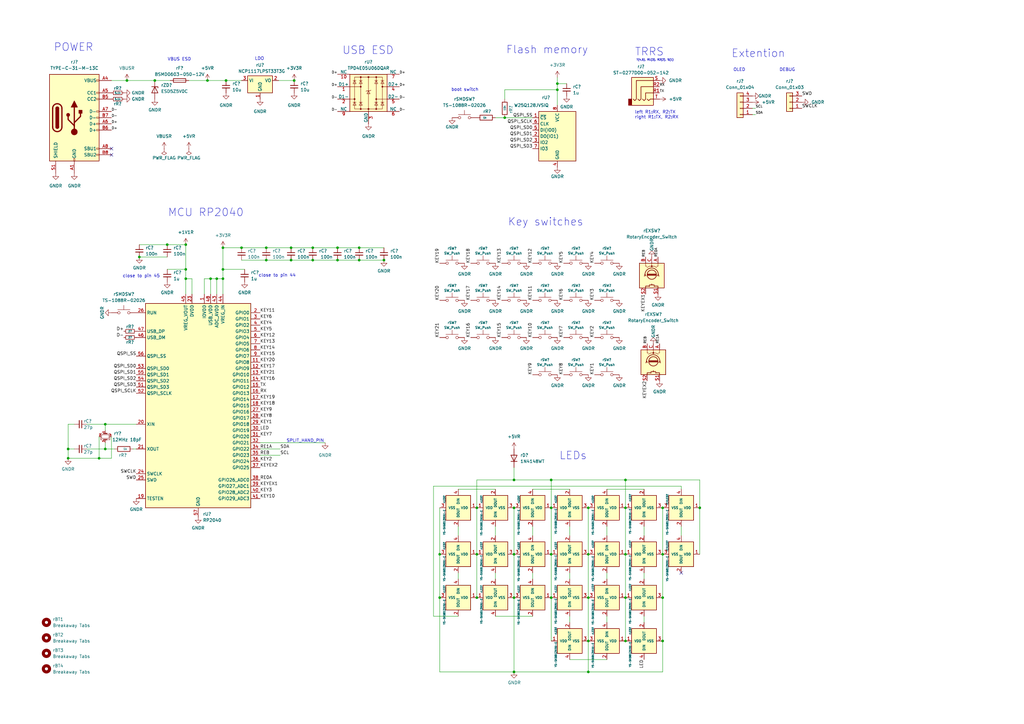
<source format=kicad_sch>
(kicad_sch (version 20230121) (generator eeschema)
  (paper "A3")
  (title_block (title "Corne Right") (date "2023-10-07") (rev "4.0.0") (company "foostan"))
  (junction (at 27.94 184.15))
  (junction (at 228.6 36.83))
  (junction (at 180.34 245.11))
  (junction (at 226.06 227.33))
  (junction (at 210.82 245.11))
  (junction (at 91.44 114.3))
  (junction (at 241.3 227.33))
  (junction (at 256.54 196.85))
  (junction (at 256.54 227.33))
  (junction (at 128.27 101.6))
  (junction (at 40.64 187.96))
  (junction (at 195.58 208.28))
  (junction (at 43.18 184.15))
  (junction (at 226.06 245.11))
  (junction (at 271.78 262.89))
  (junction (at 271.78 245.11))
  (junction (at 256.54 262.89))
  (junction (at 157.48 106.68))
  (junction (at 91.44 110.49))
  (junction (at 76.2 100.33))
  (junction (at 241.3 245.11))
  (junction (at 92.71 33.02))
  (junction (at 228.6 34.29))
  (junction (at 210.82 196.85))
  (junction (at 57.15 105.41))
  (junction (at 27.94 187.96))
  (junction (at 99.06 101.6))
  (junction (at 88.9 114.3))
  (junction (at 138.43 106.68))
  (junction (at 271.78 208.28))
  (junction (at 52.07 33.02))
  (junction (at 226.06 196.85))
  (junction (at 109.22 101.6))
  (junction (at 120.65 33.02))
  (junction (at 210.82 227.33))
  (junction (at 241.3 208.28))
  (junction (at 128.27 106.68))
  (junction (at 207.01 48.26))
  (junction (at 256.54 208.28))
  (junction (at 119.38 106.68))
  (junction (at 86.36 114.3))
  (junction (at 109.22 106.68))
  (junction (at 68.58 100.33))
  (junction (at 76.2 114.3))
  (junction (at 91.44 101.6))
  (junction (at 287.02 208.28))
  (junction (at 241.3 262.89))
  (junction (at 85.09 33.02))
  (junction (at 256.54 245.11))
  (junction (at 210.82 275.59))
  (junction (at 226.06 208.28))
  (junction (at 63.5 33.02))
  (junction (at 241.3 275.59))
  (junction (at 119.38 101.6))
  (junction (at 147.32 101.6))
  (junction (at 43.18 173.99))
  (junction (at 195.58 245.11))
  (junction (at 180.34 227.33))
  (junction (at 147.32 106.68))
  (junction (at 195.58 227.33))
  (junction (at 210.82 208.28))
  (junction (at 271.78 227.33))
  (junction (at 76.2 110.49))
  (junction (at 138.43 101.6))
  (no_connect (at 45.72 63.5))
  (no_connect (at 279.4 234.95))
  (no_connect (at 45.72 60.96))
  (wire (pts (xy 91.44 101.6) (xy 99.06 101.6)))
  (wire (pts (xy 241.3 208.28) (xy 241.3 227.33)))
  (wire (pts (xy 106.68 186.69) (xy 114.935 186.69)))
  (wire (pts (xy 138.43 101.6) (xy 147.32 101.6)))
  (wire (pts (xy 83.82 114.3) (xy 86.36 114.3)))
  (wire (pts (xy 85.09 33.02) (xy 92.71 33.02)))
  (wire (pts (xy 210.82 227.33) (xy 210.82 245.11)))
  (wire (pts (xy 27.94 187.96) (xy 40.64 187.96)))
  (wire (pts (xy 241.3 262.89) (xy 241.3 275.59)))
  (wire (pts (xy 210.82 196.85) (xy 195.58 196.85)))
  (wire (pts (xy 180.34 245.11) (xy 180.34 275.59)))
  (wire (pts (xy 27.94 173.99) (xy 27.94 184.15)))
  (wire (pts (xy 147.32 106.68) (xy 157.48 106.68)))
  (wire (pts (xy 138.43 106.68) (xy 147.32 106.68)))
  (wire (pts (xy 256.54 227.33) (xy 256.54 245.11)))
  (wire (pts (xy 30.48 173.99) (xy 27.94 173.99)))
  (wire (pts (xy 226.06 245.11) (xy 226.06 262.89)))
  (wire (pts (xy 264.16 234.95) (xy 264.16 237.49)))
  (wire (pts (xy 106.68 181.61) (xy 133.35 181.61)))
  (wire (pts (xy 177.8 199.39) (xy 279.4 199.39)))
  (wire (pts (xy 114.3 33.02) (xy 120.65 33.02)))
  (wire (pts (xy 271.78 275.59) (xy 241.3 275.59)))
  (wire (pts (xy 43.18 184.15) (xy 43.18 181.61)))
  (wire (pts (xy 86.36 114.3) (xy 86.36 120.65)))
  (wire (pts (xy 233.68 252.73) (xy 233.68 255.27)))
  (wire (pts (xy 248.92 215.9) (xy 248.92 219.71)))
  (wire (pts (xy 180.34 208.28) (xy 180.34 227.33)))
  (wire (pts (xy 119.38 101.6) (xy 128.27 101.6)))
  (wire (pts (xy 218.44 234.95) (xy 218.44 237.49)))
  (wire (pts (xy 109.22 106.68) (xy 119.38 106.68)))
  (wire (pts (xy 68.58 110.49) (xy 76.2 110.49)))
  (wire (pts (xy 35.56 184.15) (xy 43.18 184.15)))
  (wire (pts (xy 76.2 110.49) (xy 76.2 114.3)))
  (wire (pts (xy 210.82 275.59) (xy 241.3 275.59)))
  (wire (pts (xy 91.44 114.3) (xy 88.9 114.3)))
  (wire (pts (xy 63.5 33.02) (xy 69.85 33.02)))
  (wire (pts (xy 226.06 196.85) (xy 256.54 196.85)))
  (wire (pts (xy 76.2 100.33) (xy 76.2 110.49)))
  (wire (pts (xy 271.78 245.11) (xy 271.78 262.89)))
  (wire (pts (xy 91.44 120.65) (xy 91.44 114.3)))
  (wire (pts (xy 228.6 36.83) (xy 207.01 36.83)))
  (wire (pts (xy 91.44 101.6) (xy 91.44 110.49)))
  (wire (pts (xy 279.4 199.39) (xy 279.4 200.66)))
  (wire (pts (xy 43.18 176.53) (xy 43.18 173.99)))
  (wire (pts (xy 99.06 106.68) (xy 109.22 106.68)))
  (wire (pts (xy 233.68 237.49) (xy 233.68 234.95)))
  (wire (pts (xy 233.68 200.66) (xy 218.44 200.66)))
  (wire (pts (xy 256.54 245.11) (xy 256.54 262.89)))
  (wire (pts (xy 309.88 46.99) (xy 308.61 46.99)))
  (wire (pts (xy 27.94 184.15) (xy 30.48 184.15)))
  (wire (pts (xy 287.02 208.28) (xy 287.02 227.33)))
  (wire (pts (xy 241.3 227.33) (xy 241.3 245.11)))
  (wire (pts (xy 195.58 196.85) (xy 195.58 208.28)))
  (wire (pts (xy 45.72 187.96) (xy 40.64 187.96)))
  (wire (pts (xy 207.01 48.26) (xy 218.44 48.26)))
  (wire (pts (xy 203.2 252.73) (xy 218.44 252.73)))
  (wire (pts (xy 233.68 219.71) (xy 233.68 215.9)))
  (wire (pts (xy 177.8 252.73) (xy 177.8 199.39)))
  (wire (pts (xy 218.44 219.71) (xy 218.44 215.9)))
  (wire (pts (xy 264.16 215.9) (xy 264.16 219.71)))
  (wire (pts (xy 40.64 179.07) (xy 40.64 187.96)))
  (wire (pts (xy 86.36 114.3) (xy 88.9 114.3)))
  (wire (pts (xy 195.58 227.33) (xy 195.58 245.11)))
  (wire (pts (xy 271.78 208.28) (xy 271.78 227.33)))
  (wire (pts (xy 106.68 184.15) (xy 114.935 184.15)))
  (wire (pts (xy 57.15 105.41) (xy 68.58 105.41)))
  (wire (pts (xy 119.38 106.68) (xy 128.27 106.68)))
  (wire (pts (xy 68.58 100.33) (xy 76.2 100.33)))
  (wire (pts (xy 147.32 101.6) (xy 157.48 101.6)))
  (wire (pts (xy 91.44 110.49) (xy 91.44 114.3)))
  (wire (pts (xy 83.82 114.3) (xy 83.82 120.65)))
  (wire (pts (xy 210.82 196.85) (xy 226.06 196.85)))
  (wire (pts (xy 43.18 173.99) (xy 55.88 173.99)))
  (wire (pts (xy 180.34 227.33) (xy 180.34 245.11)))
  (wire (pts (xy 210.82 208.28) (xy 210.82 227.33)))
  (wire (pts (xy 52.07 33.02) (xy 63.5 33.02)))
  (wire (pts (xy 88.9 114.3) (xy 88.9 120.65)))
  (wire (pts (xy 309.88 44.45) (xy 308.61 44.45)))
  (wire (pts (xy 279.4 215.9) (xy 279.4 219.71)))
  (wire (pts (xy 54.61 184.15) (xy 55.88 184.15)))
  (wire (pts (xy 45.72 33.02) (xy 52.07 33.02)))
  (wire (pts (xy 256.54 196.85) (xy 256.54 208.28)))
  (wire (pts (xy 128.27 101.6) (xy 138.43 101.6)))
  (wire (pts (xy 76.2 120.65) (xy 76.2 114.3)))
  (wire (pts (xy 203.2 237.49) (xy 203.2 234.95)))
  (wire (pts (xy 45.72 179.07) (xy 45.72 187.96)))
  (wire (pts (xy 203.2 219.71) (xy 203.2 215.9)))
  (wire (pts (xy 91.44 110.49) (xy 100.33 110.49)))
  (wire (pts (xy 241.3 245.11) (xy 241.3 262.89)))
  (wire (pts (xy 271.78 262.89) (xy 271.78 275.59)))
  (wire (pts (xy 109.22 101.6) (xy 119.38 101.6)))
  (wire (pts (xy 256.54 208.28) (xy 256.54 227.33)))
  (wire (pts (xy 228.6 36.83) (xy 228.6 43.18)))
  (wire (pts (xy 248.92 270.51) (xy 233.68 270.51)))
  (wire (pts (xy 187.96 234.95) (xy 187.96 237.49)))
  (wire (pts (xy 287.02 196.85) (xy 287.02 208.28)))
  (wire (pts (xy 228.6 31.75) (xy 228.6 34.29)))
  (wire (pts (xy 203.2 48.26) (xy 207.01 48.26)))
  (wire (pts (xy 256.54 196.85) (xy 287.02 196.85)))
  (wire (pts (xy 128.27 106.68) (xy 138.43 106.68)))
  (wire (pts (xy 195.58 208.28) (xy 195.58 227.33)))
  (wire (pts (xy 35.56 173.99) (xy 43.18 173.99)))
  (wire (pts (xy 228.6 34.29) (xy 232.41 34.29)))
  (wire (pts (xy 248.92 234.95) (xy 248.92 237.49)))
  (wire (pts (xy 203.2 200.66) (xy 187.96 200.66)))
  (wire (pts (xy 78.74 114.3) (xy 76.2 114.3)))
  (wire (pts (xy 92.71 33.02) (xy 99.06 33.02)))
  (wire (pts (xy 228.6 34.29) (xy 228.6 36.83)))
  (wire (pts (xy 271.78 227.33) (xy 271.78 245.11)))
  (wire (pts (xy 248.92 200.66) (xy 264.16 200.66)))
  (wire (pts (xy 226.06 208.28) (xy 226.06 227.33)))
  (wire (pts (xy 226.06 196.85) (xy 226.06 208.28)))
  (wire (pts (xy 210.82 191.77) (xy 210.82 196.85)))
  (wire (pts (xy 207.01 36.83) (xy 207.01 40.64)))
  (wire (pts (xy 99.06 101.6) (xy 109.22 101.6)))
  (wire (pts (xy 43.18 184.15) (xy 46.99 184.15)))
  (wire (pts (xy 27.94 184.15) (xy 27.94 187.96)))
  (wire (pts (xy 57.15 100.33) (xy 68.58 100.33)))
  (wire (pts (xy 78.74 120.65) (xy 78.74 114.3)))
  (wire (pts (xy 226.06 227.33) (xy 226.06 245.11)))
  (wire (pts (xy 77.47 33.02) (xy 85.09 33.02)))
  (wire (pts (xy 180.34 275.59) (xy 210.82 275.59)))
  (wire (pts (xy 187.96 215.9) (xy 187.96 219.71)))
  (wire (pts (xy 187.96 252.73) (xy 177.8 252.73)))
  (wire (pts (xy 264.16 252.73) (xy 264.16 255.27)))
  (wire (pts (xy 210.82 245.11) (xy 210.82 275.59)))
  (wire (pts (xy 248.92 252.73) (xy 248.92 255.27)))
  (text "USB ESD" (at 140.335 22.606 0) (effects (font (size 3.175 3.175)) (justify left bottom)))
  (text "Flash memory" (at 207.518 22.352 0) (effects (font (size 3.175 3.175)) (justify left bottom)))
  (text "MCU RP2040" (at 68.834 89.154 0) (effects (font (size 3.175 3.175)) (justify left bottom)))
  (text "DEBUG" (at 319.659 29.464 0) (effects (font (size 1.27 1.27)) (justify left bottom)))
  (text "POWER\n" (at 21.971 21.336 0) (effects (font (size 3.175 3.175)) (justify left bottom)))
  (text "boot switch" (at 185.039 37.592 0) (effects (font (size 1.27 1.27)) (justify left bottom)))
  (text "LDO" (at 104.521 24.892 0) (effects (font (size 1.27 1.27)) (justify left bottom)))
  (text "Key switches" (at 208.28 92.964 0) (effects (font (size 3.175 3.175)) (justify left bottom)))
  (text "LEDs" (at 229.362 188.849 0) (effects (font (size 3.175 3.175)) (justify left bottom)))
  (text "Extention" (at 299.974 23.876 0) (effects (font (size 3.175 3.175)) (justify left bottom)))
  (text "TRRS" (at 260.35 23.241 0) (effects (font (size 3.175 3.175)) (justify left bottom)))
  (text "OLED" (at 300.736 29.464 0) (effects (font (size 1.27 1.27)) (justify left bottom)))
  (text "close to pin 45" (at 50.292 114.046 0) (effects (font (size 1.27 1.27)) (justify left bottom)))
  (text "close to pin 44" (at 106.045 113.792 0) (effects (font (size 1.27 1.27)) (justify left bottom)))
  (text "left R1:RX, R2:TX\nright R1:TX, R2:RX" (at 260.35 48.895 0) (effects (font (size 1.27 1.27)) (justify left bottom)))
  (text "SPLIT_HAND_PIN" (at 117.475 181.61 0) (effects (font (size 1.27 1.27)) (justify left bottom)))
  (text "T(4,5), R1(3), R2(2), S(1)\n" (at 260.985 25.146 0) (effects (font (size 0.762 0.762)) (justify left bottom)))
  (text "VBUS ESD" (at 68.707 25.146 0) (effects (font (size 1.27 1.27)) (justify left bottom)))
  (label "QSPI_SCLK" (at 55.88 161.29 180))
  (label "KEYEX2" (at 265.43 156.21 270))
  (label "SWCLK" (at 55.88 194.31 180))
  (label "TX" (at 106.68 158.75 0))
  (label "RX" (at 270.51 35.56 0) (effects (font (size 1 1))))
  (label "SCL" (at 309.88 44.45 0) (effects (font (size 1 1))))
  (label "RE0A" (at 269.875 105.41 90) (effects (font (size 1 1))))
  (label "KEY8" (at 106.68 171.45 0))
  (label "D+" (at 163.83 35.56 0) (effects (font (size 1 1))))
  (label "KEY19" (at 180.34 107.95 90))
  (label "D-" (at 45.72 45.72 0) (effects (font (size 1 1))))
  (label "KEY18" (at 106.68 166.37 0))
  (label "KEY4" (at 243.84 107.95 90))
  (label "KEY6" (at 231.14 123.19 90))
  (label "RE0A" (at 106.68 196.85 0))
  (label "RX" (at 106.68 161.29 0))
  (label "D-" (at 163.83 40.64 0) (effects (font (size 1 1))))
  (label "KEY14" (at 205.74 123.19 90))
  (label "KEY12" (at 218.44 107.95 90))
  (label "KEY20" (at 180.34 123.19 90))
  (label "QSPI_SD3" (at 55.88 158.75 180))
  (label "QSPI_SCLK" (at 218.44 50.8 180))
  (label "KEY16" (at 106.68 156.21 0))
  (label "QSPI_SD1" (at 218.44 55.88 180))
  (label "KEY3" (at 243.84 123.19 90))
  (label "KEY2" (at 243.84 138.43 90))
  (label "D-" (at 45.72 48.26 0) (effects (font (size 1 1))))
  (label "KEY16" (at 193.04 138.43 90))
  (label "KEY15" (at 205.74 138.43 90))
  (label "SWD" (at 55.88 196.85 180))
  (label "KEY11" (at 218.44 123.19 90))
  (label "SDA" (at 114.935 184.15 0))
  (label "KEY9" (at 106.68 168.91 0))
  (label "KEY18" (at 193.04 107.95 90))
  (label "D+" (at 138.43 35.56 180) (effects (font (size 1 1))))
  (label "D-" (at 163.83 45.72 0) (effects (font (size 1 1))))
  (label "QSPI_SD2" (at 218.44 58.42 180))
  (label "KEY17" (at 193.04 123.19 90))
  (label "QSPI_SD2" (at 55.88 156.21 180))
  (label "KEY13" (at 205.74 107.95 90))
  (label "KEY7" (at 106.68 179.07 0))
  (label "D+" (at 45.72 50.8 0) (effects (font (size 1 1))))
  (label "KEY10" (at 218.44 138.43 90))
  (label "KEY9" (at 218.44 153.67 90))
  (label "QSPI_SS" (at 218.44 48.26 180))
  (label "KEY5" (at 106.68 135.89 0))
  (label "REB" (at 106.68 186.69 0))
  (label "KEY1" (at 243.84 153.67 90))
  (label "SCL" (at 114.935 186.69 0))
  (label "KEY19" (at 106.68 163.83 0))
  (label "KEYEX1" (at 264.795 120.65 270))
  (label "KEY2" (at 106.68 189.23 0))
  (label "TX" (at 270.51 38.1 0) (effects (font (size 1 1))))
  (label "KEY12" (at 106.68 138.43 0))
  (label "QSPI_SS" (at 55.88 146.05 180))
  (label "KEY7" (at 231.14 138.43 90))
  (label "KEY4" (at 106.68 133.35 0))
  (label "QSPI_SD0" (at 218.44 53.34 180))
  (label "KEY15" (at 106.68 146.05 0))
  (label "KEY20" (at 106.68 148.59 0))
  (label "D-" (at 50.8 138.43 180))
  (label "SWD" (at 328.93 39.37 0))
  (label "KEY21" (at 180.34 138.43 90))
  (label "REB" (at 265.43 140.97 90) (effects (font (size 1 1))))
  (label "KEY17" (at 106.68 151.13 0))
  (label "RE1A" (at 270.51 140.97 90) (effects (font (size 1 1))))
  (label "KEY14" (at 106.68 143.51 0))
  (label "D+" (at 163.83 30.48 0) (effects (font (size 1 1))))
  (label "KEY1" (at 106.68 173.99 0))
  (label "LED" (at 264.16 270.51 270))
  (label "KEYEX2" (at 106.68 191.77 0))
  (label "REB" (at 264.795 105.41 90) (effects (font (size 1 1))))
  (label "KEY21" (at 106.68 153.67 0))
  (label "D-" (at 138.43 45.72 180) (effects (font (size 1 1))))
  (label "SWCLK" (at 328.93 44.45 0))
  (label "SDA" (at 309.88 46.99 0) (effects (font (size 1 1))))
  (label "KEYEX1" (at 106.68 199.39 0))
  (label "QSPI_SD3" (at 218.44 60.96 180))
  (label "D+" (at 138.43 30.48 180) (effects (font (size 1 1))))
  (label "D+" (at 50.8 135.89 180))
  (label "KEY13" (at 106.68 140.97 0))
  (label "KEY3" (at 106.68 201.93 0))
  (label "D+" (at 45.72 53.34 0) (effects (font (size 1 1))))
  (label "KEY11" (at 106.68 128.27 0))
  (label "KEY5" (at 231.14 107.95 90))
  (label "D-" (at 138.43 40.64 180) (effects (font (size 1 1))))
  (label "KEY10" (at 106.68 204.47 0))
  (label "KEY6" (at 106.68 130.81 0))
  (label "QSPI_SD0" (at 55.88 151.13 180))
  (label "RE1A" (at 106.68 184.15 0))
  (label "LED" (at 106.68 176.53 0))
  (label "KEY8" (at 231.14 153.67 90))
  (label "QSPI_SD1" (at 55.88 153.67 180))
  (symbol (lib_id "kbd:GNDR") (at 328.93 41.91 90) (unit 1)
    (property "Reference" "#PWR?" (effects hide))
    (property "Value" "GNDR" (at 332.74 41.91 90) (effects (justify right)))
    (instances (project "cherry" (path "" (reference "#PWR?") (unit 1)) (path "" (reference "#PWR062") (unit 1)) (path "" (reference "#PWR0118") (unit 1))))
  )
  (symbol (lib_id "kbd_local:YS-SK6812MINI-E") (at 233.68 245.11 90) (unit 1)
    (property "Reference" "rLED?" (at 227.965 243.205 0) (effects (font (size 0.7366 0.7366)) (justify left)))
    (property "Value" "YS-SK6812MINI-E" (at 227.965 255.905 0) (effects (font (size 0.7366 0.7366)) (justify left)))
    (property "Footprint" "kbd_local:YS-SK6812MINI-E" (effects hide))
    (instances (project "cherry" (path "" (reference "rLED?") (unit 1)) (path "" (reference "rLED10") (unit 1)) (path "" (reference "rLED10") (unit 1))))
  )
  (symbol (lib_id "Device:C_Small") (at 33.02 184.15 270) (unit 1)
    (property "Reference" "rC?" (at 34.29 182.88 90) (effects (justify left)))
    (property "Value" "27p" (at 34.29 185.42 90) (effects (justify left)))
    (property "Footprint" "Capacitor_SMD:C_0402_1005Metric" (effects hide))
    (instances (project "cherry" (path "" (reference "rC?") (unit 1)) (path "" (reference "rC2") (unit 1)) (path "" (reference "rC2") (unit 1))))
  )
  (symbol (lib_id "kbd:+3V3R") (at 120.65 33.02 0) (unit 1)
    (property "Reference" "#PWR070" (effects hide))
    (property "Value" "+3V3R" (at 120.65 27.94 0))
  )
  (symbol (lib_id "kbd:GNDR") (at 63.5 40.64 0) (unit 1)
    (property "Reference" "#PWR?" (effects hide))
    (property "Value" "GNDR" (at 63.5 45.085 0))
    (instances (project "cherry" (path "" (reference "#PWR?") (unit 1)) (path "" (reference "#PWR010") (unit 1)) (path "" (reference "#PWR0152") (unit 1))))
  )
  (symbol (lib_id "kbd:GNDR") (at 241.3 123.19 0) (unit 1)
    (property "Reference" "#PWR?" (effects hide))
    (property "Value" "GNDR" (at 241.3 127.635 0))
    (instances (project "cherry" (path "" (reference "#PWR?") (unit 1)) (path "" (reference "#PWR047") (unit 1)) (path "" (reference "#PWR0126") (unit 1))))
  )
  (symbol (lib_id "Switch:SW_Push") (at 236.22 123.19 0) (unit 1)
    (property "Reference" "rSW?" (at 236.22 117.094 0) (effects (font (size 1 1))))
    (property "Value" "SW_Push" (at 236.22 119.126 0) (effects (font (size 1 1))))
    (property "Footprint" "kbd:keyswitch_cherrymx_hotswap_1u" (effects hide))
    (instances (project "cherry" (path "" (reference "rSW?") (unit 1)) (path "" (reference "rSW6") (unit 1)) (path "" (reference "rSW6") (unit 1))))
  )
  (symbol (lib_name "SW_Push_1") (lib_id "Switch:SW_Push") (at 248.92 107.95 0) (unit 1)
    (property "Reference" "rSW?" (at 248.92 101.854 0) (effects (font (size 1 1))))
    (property "Value" "SW_Push" (at 248.92 103.886 0) (effects (font (size 1 1))))
    (property "Footprint" "kbd:keyswitch_cherrymx_hotswap_1u" (effects hide))
    (instances (project "cherry" (path "" (reference "rSW?") (unit 1)) (path "" (reference "rSW4") (unit 1)) (path "" (reference "rSW4") (unit 1))))
  )
  (symbol (lib_id "kbd:GNDR") (at 215.9 107.95 0) (unit 1)
    (property "Reference" "#PWR?" (effects hide))
    (property "Value" "GNDR" (at 215.9 112.395 0))
    (instances (project "cherry" (path "" (reference "#PWR?") (unit 1)) (path "" (reference "#PWR036") (unit 1)) (path "" (reference "#PWR0104") (unit 1))))
  )
  (symbol (lib_id "kbd:GNDR") (at 241.3 153.67 0) (unit 1)
    (property "Reference" "#PWR?" (effects hide))
    (property "Value" "GNDR" (at 241.3 158.115 0))
    (instances (project "cherry" (path "" (reference "#PWR?") (unit 1)) (path "" (reference "#PWR049") (unit 1)) (path "" (reference "#PWR0129") (unit 1))))
  )
  (symbol (lib_id "Regulator_Linear:NCP1117-3.3_SOT223") (at 106.68 33.02 0) (unit 1)
    (property "Reference" "rU?" (at 106.68 26.67 0))
    (property "Value" "NCP1117LPST33T3G" (at 107.315 29.21 0))
    (property "Footprint" "Package_TO_SOT_SMD:SOT-223-3_TabPin2" (effects hide))
    (property "Datasheet" "http://www.onsemi.com/pub_link/Collateral/NCP1117-D.PDF" (effects hide))
    (property "JLCPCB Part #" "C146799" (effects hide))
    (instances (project "cherry" (path "" (reference "rU?") (unit 1)) (path "" (reference "rU2") (unit 1)) (path "" (reference "rU2") (unit 1))))
  )
  (symbol (lib_id "kbd_local:YS-SK6812MINI-E") (at 248.92 208.28 270) (unit 1)
    (property "Reference" "rLED?" (at 243.205 203.2 0) (effects (font (size 0.7366 0.7366)) (justify left)))
    (property "Value" "YS-SK6812MINI-E" (at 243.205 208.915 0) (effects (font (size 0.7366 0.7366)) (justify left)))
    (property "Footprint" "kbd_local:YS-SK6812MINI-E" (effects hide))
    (instances (project "cherry" (path "" (reference "rLED?") (unit 1)) (path "" (reference "rLED5") (unit 1)) (path "" (reference "rLED5") (unit 1))))
  )
  (symbol (lib_id "kbd_local:VBUSR") (at 67.31 60.96 0) (unit 1)
    (property "Reference" "#PWR065" (effects hide))
    (property "Value" "VBUSR" (at 67.31 55.88 0))
  )
  (symbol (lib_id "kbd:GNDR") (at 267.97 140.97 180) (unit 1)
    (property "Reference" "#PWR?" (effects hide))
    (property "Value" "GNDR" (at 267.97 135.89 90))
    (instances (project "cherry" (path "" (reference "#PWR?") (unit 1)) (path "" (reference "#PWR055") (unit 1)) (path "" (reference "#PWR0107") (unit 1))))
  )
  (symbol (lib_id "Device:Fuse") (at 73.66 33.02 90) (unit 1)
    (property "Reference" "rF?" (at 73.66 27.94 90))
    (property "Value" "BSMD0603-050-12V" (at 73.66 30.48 90))
    (property "Footprint" "Fuse:Fuse_0603_1608Metric" (effects hide))
    (property "Description" "12V 500mA 40A 1A 0603 Resettable Fuses ROHS" (effects hide))
    (property "JLCPCB Part #" "C2844464" (effects hide))
    (instances (project "cherry" (path "" (reference "rF?") (unit 1)) (path "" (reference "rF1") (unit 1)) (path "" (reference "rF1") (unit 1))))
  )
  (symbol (lib_id "kbd:GNDR") (at 215.9 123.19 0) (unit 1)
    (property "Reference" "#PWR?" (effects hide))
    (property "Value" "GNDR" (at 215.9 127.635 0))
    (instances (project "cherry" (path "" (reference "#PWR?") (unit 1)) (path "" (reference "#PWR037") (unit 1)) (path "" (reference "#PWR0123") (unit 1))))
  )
  (symbol (lib_id "Connector:USB_C_Receptacle_USB2.0") (at 30.48 48.26 0) (unit 1)
    (property "Reference" "rJ?" (at 30.48 25.4 0))
    (property "Value" "TYPE-C-31-M-13C" (at 30.48 27.94 0))
    (property "Footprint" "kbd_local:TYPE-C-31-M-13C" (effects hide))
    (property "Datasheet" "https://www.usb.org/sites/default/files/documents/usb_type-c.zip" (effects hide))
    (property "JLCPCB Part #" "C2848620" (effects hide))
    (instances (project "cherry" (path "" (reference "rJ?") (unit 1)) (path "" (reference "rJ1") (unit 1)) (path "" (reference "rJ1") (unit 1))))
  )
  (symbol (lib_id "kbd:GNDR") (at 22.86 71.12 0) (unit 1)
    (property "Reference" "#PWR?" (effects hide))
    (property "Value" "GNDR" (at 22.86 76.2 0))
    (instances (project "cherry" (path "" (reference "#PWR?") (unit 1)) (path "" (reference "#PWR01") (unit 1)) (path "" (reference "#PWR0155") (unit 1))))
  )
  (symbol (lib_id "kbd:GNDR") (at 81.28 212.09 0) (unit 1)
    (property "Reference" "#PWR?" (effects hide))
    (property "Value" "GNDR" (at 81.28 216.535 0))
    (instances (project "cherry" (path "" (reference "#PWR?") (unit 1)) (path "" (reference "#PWR015") (unit 1)) (path "" (reference "#PWR0146") (unit 1))))
  )
  (symbol (lib_id "Device:RotaryEncoder_Switch") (at 267.97 148.59 270) (unit 1)
    (property "Reference" "rEXSW?" (at 267.97 128.905 90))
    (property "Value" "RotaryEncoder_Switch" (at 267.97 131.445 90))
    (property "Footprint" "kbd_local:keyswitch_cherrymx_hotswap_1u_rotary_encoder_ec12" (effects hide))
    (instances (project "cherry" (path "" (reference "rEXSW?") (unit 1)) (path "" (reference "rEXSW2") (unit 1)) (path "" (reference "rEXSW2") (unit 1))))
  )
  (symbol (lib_id "kbd:GNDR") (at 50.8 40.64 90) (unit 1)
    (property "Reference" "#PWR?" (effects hide))
    (property "Value" "GNDR" (at 53.975 40.64 90) (effects (justify right)))
    (instances (project "cherry" (path "" (reference "#PWR?") (unit 1)) (path "" (reference "#PWR06") (unit 1)) (path "" (reference "#PWR0151") (unit 1))))
  )
  (symbol (lib_id "Switch:SW_Push") (at 236.22 107.95 0) (unit 1)
    (property "Reference" "rSW?" (at 236.22 101.854 0) (effects (font (size 1 1))))
    (property "Value" "SW_Push" (at 236.22 103.886 0) (effects (font (size 1 1))))
    (property "Footprint" "kbd:keyswitch_cherrymx_hotswap_1u" (effects hide))
    (instances (project "cherry" (path "" (reference "rSW?") (unit 1)) (path "" (reference "rSW5") (unit 1)) (path "" (reference "rSW5") (unit 1))))
  )
  (symbol (lib_id "kbd:GNDR") (at 190.5 107.95 0) (unit 1)
    (property "Reference" "#PWR?" (effects hide))
    (property "Value" "GNDR" (at 190.5 112.395 0))
    (instances (project "cherry" (path "" (reference "#PWR?") (unit 1)) (path "" (reference "#PWR028") (unit 1)) (path "" (reference "#PWR0112") (unit 1))))
  )
  (symbol (lib_id "kbd_local:YS-SK6812MINI-E") (at 203.2 208.28 90) (unit 1)
    (property "Reference" "rLED?" (at 197.485 206.375 0) (effects (font (size 0.7366 0.7366)) (justify left)))
    (property "Value" "YS-SK6812MINI-E" (at 197.485 219.71 0) (effects (font (size 0.7366 0.7366)) (justify left)))
    (property "Footprint" "kbd_local:YS-SK6812MINI-E" (effects hide))
    (instances (project "cherry" (path "" (reference "rLED?") (unit 1)) (path "" (reference "rLED18") (unit 1)) (path "" (reference "rLED18") (unit 1))))
  )
  (symbol (lib_id "Switch:SW_Push") (at 198.12 138.43 0) (unit 1)
    (property "Reference" "rSW?" (at 198.12 132.334 0) (effects (font (size 1 1))))
    (property "Value" "SW_Push" (at 198.12 134.366 0) (effects (font (size 1 1))))
    (property "Footprint" "kbd:keyswitch_cherrymx_hotswap_1u" (effects hide))
    (instances (project "cherry" (path "" (reference "rSW?") (unit 1)) (path "" (reference "rSW16") (unit 1)) (path "" (reference "rSW16") (unit 1))))
  )
  (symbol (lib_id "kbd:+5VR") (at 210.82 184.15 0) (unit 1)
    (property "Reference" "#PWR069" (effects hide))
    (property "Value" "+5VR" (at 210.82 179.07 0))
  )
  (symbol (lib_id "kbd_local:YS-SK6812MINI-E") (at 233.68 227.33 90) (unit 1)
    (property "Reference" "rLED?" (at 227.965 225.425 0) (effects (font (size 0.7366 0.7366)) (justify left)))
    (property "Value" "YS-SK6812MINI-E" (at 227.965 238.125 0) (effects (font (size 0.7366 0.7366)) (justify left)))
    (property "Footprint" "kbd_local:YS-SK6812MINI-E" (effects hide))
    (instances (project "cherry" (path "" (reference "rLED?") (unit 1)) (path "" (reference "rLED11") (unit 1)) (path "" (reference "rLED11") (unit 1))))
  )
  (symbol (lib_id "kbd:GNDR") (at 254 138.43 0) (unit 1)
    (property "Reference" "#PWR?" (effects hide))
    (property "Value" "GNDR" (at 254 142.875 0))
    (instances (project "cherry" (path "" (reference "#PWR?") (unit 1)) (path "" (reference "#PWR052") (unit 1)) (path "" (reference "#PWR0127") (unit 1))))
  )
  (symbol (lib_id "kbd:GNDR") (at 151.13 50.8 0) (unit 1)
    (property "Reference" "#PWR?" (effects hide))
    (property "Value" "GNDR" (at 151.13 55.88 0))
    (instances (project "cherry" (path "" (reference "#PWR?") (unit 1)) (path "" (reference "#PWR025") (unit 1)) (path "" (reference "#PWR0134") (unit 1))))
  )
  (symbol (lib_id "kbd:GNDR") (at 269.875 120.65 0) (unit 1)
    (property "Reference" "#PWR?" (effects hide))
    (property "Value" "GNDR" (at 269.875 125.095 0))
    (instances (project "cherry" (path "" (reference "#PWR?") (unit 1)) (path "" (reference "#PWR056") (unit 1)) (path "" (reference "#PWR063") (unit 1))))
  )
  (symbol (lib_id "Switch:SW_Push") (at 210.82 138.43 0) (unit 1)
    (property "Reference" "rSW?" (at 210.82 132.334 0) (effects (font (size 1 1))))
    (property "Value" "SW_Push" (at 210.82 134.366 0) (effects (font (size 1 1))))
    (property "Footprint" "kbd:keyswitch_cherrymx_hotswap_1u" (effects hide))
    (instances (project "cherry" (path "" (reference "rSW?") (unit 1)) (path "" (reference "rSW15") (unit 1)) (path "" (reference "rSW15") (unit 1))))
  )
  (symbol (lib_id "Device:R_Small") (at 48.26 40.64 270) (unit 1)
    (property "Reference" "rR?" (at 48.26 42.545 90))
    (property "Value" "5.1k" (at 48.26 40.64 90) (effects (font (size 0.762 0.762))))
    (property "Footprint" "Resistor_SMD:R_0402_1005Metric" (effects hide))
    (instances (project "cherry" (path "" (reference "rR?") (unit 1)) (path "" (reference "rR2") (unit 1)) (path "" (reference "rR2") (unit 1))))
  )
  (symbol (lib_id "Diode:1N4148WT") (at 210.82 187.96 90) (unit 1)
    (property "Reference" "rD?" (at 213.36 186.69 90) (effects (justify right)))
    (property "Value" "1N4148WT" (at 213.36 189.23 90) (effects (justify right)))
    (property "Footprint" "Diode_SMD:D_SOD-523" (effects hide))
    (property "Datasheet" "https://www.diodes.com/assets/Datasheets/ds30396.pdf" (effects hide))
    (property "JLCPCB Part #" "C232841" (effects hide))
    (instances (project "cherry" (path "" (reference "rD?") (unit 1)) (path "" (reference "rD1") (unit 1)) (path "" (reference "rD1") (unit 1))))
  )
  (symbol (lib_id "Device:Crystal_GND24_Small") (at 43.18 179.07 270) (unit 1)
    (property "Reference" "rY?" (at 48.26 177.8 90))
    (property "Value" "12MHz 18pF" (at 52.07 180.34 90))
    (property "Footprint" "Crystal:Crystal_SMD_3225-4Pin_3.2x2.5mm" (effects hide))
    (property "Description" "12MHz 18pF ±20ppm SMD3225-4P Crystals ROHS" (effects hide))
    (property "MFR.Part #" "Q22FA23V0041800" (effects hide))
    (property "JLCPCB Part #" "C91749" (effects hide))
    (instances (project "cherry" (path "" (reference "rY?") (unit 1)) (path "" (reference "rY1") (unit 1)) (path "" (reference "rY1") (unit 1))))
  )
  (symbol (lib_id "kbd_local:YS-SK6812MINI-E") (at 248.92 245.11 270) (unit 1)
    (property "Reference" "rLED?" (at 243.205 239.395 0) (effects (font (size 0.7366 0.7366)) (justify left)))
    (property "Value" "YS-SK6812MINI-E" (at 243.205 245.745 0) (effects (font (size 0.7366 0.7366)) (justify left)))
    (property "Footprint" "kbd_local:YS-SK6812MINI-E" (effects hide))
    (instances (project "cherry" (path "" (reference "rLED?") (unit 1)) (path "" (reference "rLED7") (unit 1)) (path "" (reference "rLED7") (unit 1))))
  )
  (symbol (lib_id "Switch:SW_Push") (at 248.92 153.67 0) (unit 1)
    (property "Reference" "rSW?" (at 248.92 147.574 0) (effects (font (size 1 1))))
    (property "Value" "SW_Push" (at 248.92 149.606 0) (effects (font (size 1 1))))
    (property "Footprint" "kbd:keyswitch_cherrymx_hotswap_1.5u" (effects hide))
    (instances (project "cherry" (path "" (reference "rSW?") (unit 1)) (path "" (reference "rSW1") (unit 1)) (path "" (reference "rSW1") (unit 1))))
  )
  (symbol (lib_id "kbd:GNDR") (at 215.9 138.43 0) (unit 1)
    (property "Reference" "#PWR?" (effects hide))
    (property "Value" "GNDR" (at 215.9 142.875 0))
    (instances (project "cherry" (path "" (reference "#PWR?") (unit 1)) (path "" (reference "#PWR038") (unit 1)) (path "" (reference "#PWR0131") (unit 1))))
  )
  (symbol (lib_id "kbd:GNDR") (at 185.42 48.26 0) (unit 1)
    (property "Reference" "#PWR?" (effects hide))
    (property "Value" "GNDR" (at 185.42 52.07 0))
    (instances (project "cherry" (path "" (reference "#PWR?") (unit 1)) (path "" (reference "#PWR027") (unit 1)) (path "" (reference "#PWR0138") (unit 1))))
  )
  (symbol (lib_id "Mechanical:MountingHole") (at 19.05 274.32 0) (unit 1)
    (property "Reference" "rBT4" (at 21.59 273.05 0) (effects (justify left)))
    (property "Value" "Breakaway Tabs" (at 21.59 275.59 0) (effects (justify left)))
    (property "Footprint" "kbd_local:Breakaway_Tabs" (effects hide))
  )
  (symbol (lib_id "Device:C_Small") (at 57.15 102.87 0) (unit 1)
    (property "Reference" "rC?" (at 59.69 101.6 0) (effects (justify left)))
    (property "Value" "100n" (at 59.69 104.14 0) (effects (justify left)))
    (property "Footprint" "Capacitor_SMD:C_0402_1005Metric" (effects hide))
    (instances (project "cherry" (path "" (reference "rC?") (unit 1)) (path "" (reference "rC3") (unit 1)) (path "" (reference "rC3") (unit 1))))
  )
  (symbol (lib_id "Diode:ESD5Zxx") (at 63.5 36.83 270) (unit 1)
    (property "Reference" "rZD?" (at 66.04 34.925 90) (effects (justify left)))
    (property "Value" "ESD5Z5V0C" (at 66.04 37.465 90) (effects (justify left)))
    (property "Footprint" "Diode_SMD:D_SOD-523" (effects hide))
    (property "Datasheet" "https://www.onsemi.com/pdf/datasheet/esd5z2.5t1-d.pdf" (effects hide))
    (property "JLCPCB Part #" "C2901325" (effects hide))
    (instances (project "cherry" (path "" (reference "rZD?") (unit 1)) (path "" (reference "rZD1") (unit 1)) (path "" (reference "rZD1") (unit 1))))
  )
  (symbol (lib_id "kbd_local:VBUSR") (at 52.07 33.02 0) (unit 1)
    (property "Reference" "#PWR066" (effects hide))
    (property "Value" "VBUSR" (at 52.07 27.94 0))
  )
  (symbol (lib_id "kbd_local:YS-SK6812MINI-E") (at 248.92 262.89 270) (unit 1)
    (property "Reference" "rLED?" (at 243.205 257.175 0) (effects (font (size 0.7366 0.7366)) (justify left)))
    (property "Value" "YS-SK6812MINI-E" (at 243.205 263.525 0) (effects (font (size 0.7366 0.7366)) (justify left)))
    (property "Footprint" "kbd_local:YS-SK6812MINI-E" (effects hide))
    (instances (project "cherry" (path "" (reference "rLED?") (unit 1)) (path "" (reference "rLED8") (unit 1)) (path "" (reference "rLED8") (unit 1))))
  )
  (symbol (lib_id "kbd:GNDR") (at 55.88 204.47 0) (unit 1)
    (property "Reference" "#PWR?" (effects hide))
    (property "Value" "GNDR" (at 55.88 208.915 0))
    (instances (project "cherry" (path "" (reference "#PWR?") (unit 1)) (path "" (reference "#PWR08") (unit 1)) (path "" (reference "#PWR0147") (unit 1))))
  )
  (symbol (lib_id "Device:C_Small") (at 68.58 102.87 0) (unit 1)
    (property "Reference" "rC?" (at 71.12 101.6 0) (effects (justify left)))
    (property "Value" "100n" (at 71.12 104.14 0) (effects (justify left)))
    (property "Footprint" "Capacitor_SMD:C_0402_1005Metric" (effects hide))
    (instances (project "cherry" (path "" (reference "rC?") (unit 1)) (path "" (reference "rC4") (unit 1)) (path "" (reference "rC4") (unit 1))))
  )
  (symbol (lib_id "kbd:GNDR") (at 241.3 138.43 0) (unit 1)
    (property "Reference" "#PWR?" (effects hide))
    (property "Value" "GNDR" (at 241.3 142.875 0))
    (instances (project "cherry" (path "" (reference "#PWR?") (unit 1)) (path "" (reference "#PWR048") (unit 1)) (path "" (reference "#PWR0128") (unit 1))))
  )
  (symbol (lib_id "kbd_local:YS-SK6812MINI-E") (at 233.68 208.28 90) (unit 1)
    (property "Reference" "rLED?" (at 227.965 206.375 0) (effects (font (size 0.7366 0.7366)) (justify left)))
    (property "Value" "YS-SK6812MINI-E" (at 227.965 219.075 0) (effects (font (size 0.7366 0.7366)) (justify left)))
    (property "Footprint" "kbd_local:YS-SK6812MINI-E" (effects hide))
    (instances (project "cherry" (path "" (reference "rLED?") (unit 1)) (path "" (reference "rLED12") (unit 1)) (path "" (reference "rLED12") (unit 1))))
  )
  (symbol (lib_id "kbd_local:YS-SK6812MINI-E") (at 264.16 208.28 90) (unit 1)
    (property "Reference" "rLED?" (at 258.445 205.74 0) (effects (font (size 0.7366 0.7366)) (justify left)))
    (property "Value" "YS-SK6812MINI-E" (at 258.445 219.075 0) (effects (font (size 0.7366 0.7366)) (justify left)))
    (property "Footprint" "kbd_local:YS-SK6812MINI-E" (effects hide))
    (instances (project "cherry" (path "" (reference "rLED?") (unit 1)) (path "" (reference "rLED4") (unit 1)) (path "" (reference "rLED4") (unit 1))))
  )
  (symbol (lib_id "kbd:GNDR") (at 254 123.19 0) (unit 1)
    (property "Reference" "#PWR?" (effects hide))
    (property "Value" "GNDR" (at 254 127.635 0))
    (instances (project "cherry" (path "" (reference "#PWR?") (unit 1)) (path "" (reference "#PWR051") (unit 1)) (path "" (reference "#PWR0125") (unit 1))))
  )
  (symbol (lib_id "Device:C_Small") (at 100.33 113.03 0) (unit 1)
    (property "Reference" "rC?" (at 102.87 111.76 0) (effects (justify left)))
    (property "Value" "1u" (at 102.87 114.3 0) (effects (justify left)))
    (property "Footprint" "Capacitor_SMD:C_0402_1005Metric" (effects hide))
    (instances (project "cherry" (path "" (reference "rC?") (unit 1)) (path "" (reference "rC8") (unit 1)) (path "" (reference "rC8") (unit 1))))
  )
  (symbol (lib_id "Switch:SW_Push") (at 198.12 123.19 0) (unit 1)
    (property "Reference" "rSW?" (at 198.12 117.094 0) (effects (font (size 1 1))))
    (property "Value" "SW_Push" (at 198.12 119.126 0) (effects (font (size 1 1))))
    (property "Footprint" "kbd:keyswitch_cherrymx_hotswap_1u" (effects hide))
    (instances (project "cherry" (path "" (reference "rSW?") (unit 1)) (path "" (reference "rSW17") (unit 1)) (path "" (reference "rSW17") (unit 1))))
  )
  (symbol (lib_id "Device:C_Small") (at 128.27 104.14 0) (unit 1)
    (property "Reference" "rC?" (at 130.81 102.87 0) (effects (justify left)))
    (property "Value" "100n" (at 131.445 105.41 0) (effects (justify left)))
    (property "Footprint" "Capacitor_SMD:C_0402_1005Metric" (effects hide))
    (instances (project "cherry" (path "" (reference "rC?") (unit 1)) (path "" (reference "rC12") (unit 1)) (path "" (reference "rC12") (unit 1))))
  )
  (symbol (lib_id "Switch:SW_Push") (at 185.42 138.43 0) (unit 1)
    (property "Reference" "rSW?" (at 185.42 132.334 0) (effects (font (size 1 1))))
    (property "Value" "SW_Push" (at 185.42 134.366 0) (effects (font (size 1 1))))
    (property "Footprint" "kbd:keyswitch_cherrymx_hotswap_1u" (effects hide))
    (instances (project "cherry" (path "" (reference "rSW?") (unit 1)) (path "" (reference "rSW21") (unit 1)) (path "" (reference "rSW21") (unit 1))))
  )
  (symbol (lib_id "kbd:GNDR") (at 57.15 105.41 0) (unit 1)
    (property "Reference" "#PWR?" (effects hide))
    (property "Value" "GNDR" (at 57.15 109.855 0))
    (instances (project "cherry" (path "" (reference "#PWR?") (unit 1)) (path "" (reference "#PWR09") (unit 1)) (path "" (reference "#PWR0139") (unit 1))))
  )
  (symbol (lib_id "kbd:GNDR") (at 106.68 40.64 0) (unit 1)
    (property "Reference" "#PWR?" (effects hide))
    (property "Value" "GNDR" (at 106.68 45.72 0))
    (instances (project "cherry" (path "" (reference "#PWR?") (unit 1)) (path "" (reference "#PWR021") (unit 1)) (path "" (reference "#PWR0159") (unit 1))))
  )
  (symbol (lib_id "kbd:GNDR") (at 210.82 275.59 0) (unit 1)
    (property "Reference" "#PWR?" (effects hide))
    (property "Value" "GNDR" (at 210.947 279.9842 0))
    (instances (project "cherry" (path "" (reference "#PWR?") (unit 1)) (path "" (reference "#PWR035") (unit 1)) (path "" (reference "#PWR0101") (unit 1))))
  )
  (symbol (lib_id "kbd:+1V1R") (at 76.2 100.33 0) (unit 1)
    (property "Reference" "#PWR073" (effects hide))
    (property "Value" "+1V1R" (at 76.2 95.25 0))
  )
  (symbol (lib_id "kbd:GNDR") (at 270.51 33.02 90) (unit 1)
    (property "Reference" "#PWR?" (effects hide))
    (property "Value" "GNDR" (at 274.32 33.02 90) (effects (justify right)))
    (instances (project "cherry" (path "" (reference "#PWR?") (unit 1)) (path "" (reference "#PWR057") (unit 1)) (path "" (reference "#PWR0115") (unit 1))))
  )
  (symbol (lib_id "kbd:+5VR") (at 85.09 33.02 0) (unit 1)
    (property "Reference" "#PWR068" (effects hide))
    (property "Value" "+5VR" (at 85.09 27.94 0))
  )
  (symbol (lib_id "kbd:GNDR") (at 254 107.95 0) (unit 1)
    (property "Reference" "#PWR?" (effects hide))
    (property "Value" "GNDR" (at 254 112.395 0))
    (instances (project "cherry" (path "" (reference "#PWR?") (unit 1)) (path "" (reference "#PWR050") (unit 1)) (path "" (reference "#PWR0102") (unit 1))))
  )
  (symbol (lib_id "Switch:SW_Push") (at 223.52 153.67 0) (unit 1)
    (property "Reference" "rSW?" (at 223.52 147.574 0) (effects (font (size 1 1))))
    (property "Value" "SW_Push" (at 223.52 149.606 0) (effects (font (size 1 1))))
    (property "Footprint" "kbd:keyswitch_cherrymx_hotswap_1u" (effects hide))
    (instances (project "cherry" (path "" (reference "rSW?") (unit 1)) (path "" (reference "rSW9") (unit 1)) (path "" (reference "rSW9") (unit 1))))
  )
  (symbol (lib_id "Device:C_Small") (at 119.38 104.14 0) (unit 1)
    (property "Reference" "rC?" (at 121.92 102.87 0) (effects (justify left)))
    (property "Value" "100n" (at 121.92 105.41 0) (effects (justify left)))
    (property "Footprint" "Capacitor_SMD:C_0402_1005Metric" (effects hide))
    (instances (project "cherry" (path "" (reference "rC?") (unit 1)) (path "" (reference "rC10") (unit 1)) (path "" (reference "rC10") (unit 1))))
  )
  (symbol (lib_id "Switch:SW_Push") (at 185.42 107.95 0) (unit 1)
    (property "Reference" "rSW?" (at 185.42 101.854 0) (effects (font (size 1 1))))
    (property "Value" "SW_Push" (at 185.42 103.886 0) (effects (font (size 1 1))))
    (property "Footprint" "kbd:keyswitch_cherrymx_hotswap_1u" (effects hide))
    (instances (project "cherry" (path "" (reference "rSW?") (unit 1)) (path "" (reference "rSW19") (unit 1)) (path "" (reference "rSW19") (unit 1))))
  )
  (symbol (lib_id "Power_Protection:TPD4EUSB30") (at 151.13 38.1 0) (unit 1)
    (property "Reference" "rU?" (at 151.13 25.4 0))
    (property "Value" "TPD4E05U06DQAR" (at 151.13 27.94 0))
    (property "Footprint" "Package_SON:USON-10_2.5x1.0mm_P0.5mm" (effects hide))
    (property "Datasheet" "http://www.ti.com/lit/ds/symlink/tpd2eusb30a.pdf" (effects hide))
    (property "JLCPCB Part #" "C138714" (effects hide))
    (instances (project "cherry" (path "" (reference "rU?") (unit 1)) (path "" (reference "rU3") (unit 1)) (path "" (reference "rU3") (unit 1))))
  )
  (symbol (lib_id "Device:C_Small") (at 33.02 173.99 270) (unit 1)
    (property "Reference" "rC?" (at 34.29 172.72 90) (effects (justify left)))
    (property "Value" "27p" (at 34.29 175.26 90) (effects (justify left)))
    (property "Footprint" "Capacitor_SMD:C_0402_1005Metric" (effects hide))
    (instances (project "cherry" (path "" (reference "rC?") (unit 1)) (path "" (reference "rC1") (unit 1)) (path "" (reference "rC1") (unit 1))))
  )
  (symbol (lib_id "kbd:GNDR") (at 30.48 71.12 0) (unit 1)
    (property "Reference" "#PWR?" (effects hide))
    (property "Value" "GNDR" (at 30.48 76.2 0))
    (instances (project "cherry" (path "" (reference "#PWR?") (unit 1)) (path "" (reference "#PWR03") (unit 1)) (path "" (reference "#PWR0156") (unit 1))))
  )
  (symbol (lib_id "Device:RotaryEncoder_Switch") (at 267.335 113.03 270) (unit 1)
    (property "Reference" "rEXSW?" (at 267.335 94.615 90))
    (property "Value" "RotaryEncoder_Switch" (at 267.335 97.155 90))
    (property "Footprint" "kbd_local:keyswitch_cherrymx_hotswap_1u_rotary_encoder_ec12" (effects hide))
    (instances (project "cherry" (path "" (reference "rEXSW?") (unit 1)) (path "" (reference "rEXSW1") (unit 1)) (path "" (reference "rEXSW1") (unit 1))))
  )
  (symbol (lib_id "Switch:SW_Push") (at 248.92 138.43 0) (unit 1)
    (property "Reference" "rSW?" (at 248.92 132.334 0) (effects (font (size 1 1))))
    (property "Value" "SW_Push" (at 248.92 134.366 0) (effects (font (size 1 1))))
    (property "Footprint" "kbd:keyswitch_cherrymx_hotswap_1u" (effects hide))
    (instances (project "cherry" (path "" (reference "rSW?") (unit 1)) (path "" (reference "rSW2") (unit 1)) (path "" (reference "rSW2") (unit 1))))
  )
  (symbol (lib_id "kbd:+5VR") (at 308.61 41.91 270) (unit 1)
    (property "Reference" "#PWR075" (effects hide))
    (property "Value" "+5VR" (at 312.42 41.91 90) (effects (justify left)))
  )
  (symbol (lib_id "Device:C_Small") (at 92.71 35.56 0) (unit 1)
    (property "Reference" "rC?" (at 95.25 34.29 0) (effects (justify left)))
    (property "Value" "10u" (at 95.25 36.83 0) (effects (justify left)))
    (property "Footprint" "Capacitor_SMD:C_0402_1005Metric" (effects hide))
    (instances (project "cherry" (path "" (reference "rC?") (unit 1)) (path "" (reference "rC6") (unit 1)) (path "" (reference "rC6") (unit 1))))
  )
  (symbol (lib_id "kbd:GNDR") (at 308.61 39.37 90) (unit 1)
    (property "Reference" "#PWR?" (effects hide))
    (property "Value" "GNDR" (at 313.69 39.37 90))
    (instances (project "cherry" (path "" (reference "#PWR?") (unit 1)) (path "" (reference "#PWR060") (unit 1)) (path "" (reference "#PWR0117") (unit 1))))
  )
  (symbol (lib_id "Switch:SW_Push") (at 210.82 107.95 0) (unit 1)
    (property "Reference" "rSW?" (at 210.82 101.854 0) (effects (font (size 1 1))))
    (property "Value" "SW_Push" (at 210.82 103.886 0) (effects (font (size 1 1))))
    (property "Footprint" "kbd:keyswitch_cherrymx_hotswap_1u" (effects hide))
    (instances (project "cherry" (path "" (reference "rSW?") (unit 1)) (path "" (reference "rSW13") (unit 1)) (path "" (reference "rSW13") (unit 1))))
  )
  (symbol (lib_id "kbd:GNDR") (at 120.65 38.1 0) (unit 1)
    (property "Reference" "#PWR?" (effects hide))
    (property "Value" "GNDR" (at 120.65 43.18 0))
    (instances (project "cherry" (path "" (reference "#PWR?") (unit 1)) (path "" (reference "#PWR024") (unit 1)) (path "" (reference "#PWR0136") (unit 1))))
  )
  (symbol (lib_id "Device:R") (at 50.8 184.15 90) (unit 1)
    (property "Reference" "rR?" (at 52.07 186.69 90) (effects (justify left)))
    (property "Value" "1k" (at 52.07 184.15 90) (effects (font (size 0.762 0.762)) (justify left)))
    (property "Footprint" "Resistor_SMD:R_0402_1005Metric" (effects hide))
    (instances (project "cherry" (path "" (reference "rR?") (unit 1)) (path "" (reference "rR3") (unit 1)) (path "" (reference "rR3") (unit 1))))
  )
  (symbol (lib_id "kbd_local:YS-SK6812MINI-E") (at 279.4 208.28 270) (unit 1)
    (property "Reference" "rEXLED?" (at 273.685 202.565 0) (effects (font (size 0.7366 0.7366)) (justify left)))
    (property "Value" "YS-SK6812MINI-E" (at 273.685 208.915 0) (effects (font (size 0.7366 0.7366)) (justify left)))
    (property "Footprint" "kbd_local:YS-SK6812MINI-E" (effects hide))
    (instances (project "cherry" (path "" (reference "rEXLED?") (unit 1)) (path "" (reference "rEXLED1") (unit 1)) (path "" (reference "rEXLED1") (unit 1))))
  )
  (symbol (lib_id "kbd:+5VR") (at 270.51 40.64 270) (unit 1)
    (property "Reference" "#PWR074" (effects hide))
    (property "Value" "+5VR" (at 274.32 40.64 90) (effects (justify left)))
  )
  (symbol (lib_id "Device:R") (at 207.01 44.45 180) (unit 1)
    (property "Reference" "rR?" (at 209.55 43.18 90) (effects (justify left)))
    (property "Value" "10k" (at 207.01 43.18 90) (effects (font (size 0.762 0.762)) (justify left)))
    (property "Footprint" "Resistor_SMD:R_0402_1005Metric" (effects hide))
    (instances (project "cherry" (path "" (reference "rR?") (unit 1)) (path "" (reference "rR7") (unit 1)) (path "" (reference "rR7") (unit 1))))
  )
  (symbol (lib_id "kbd_local:YS-SK6812MINI-E") (at 233.68 262.89 90) (unit 1)
    (property "Reference" "rLED?" (at 227.965 260.35 0) (effects (font (size 0.7366 0.7366)) (justify left)))
    (property "Value" "YS-SK6812MINI-E" (at 227.965 273.685 0) (effects (font (size 0.7366 0.7366)) (justify left)))
    (property "Footprint" "kbd_local:YS-SK6812MINI-E" (effects hide))
    (instances (project "cherry" (path "" (reference "rLED?") (unit 1)) (path "" (reference "rLED9") (unit 1)) (path "" (reference "rLED9") (unit 1))))
  )
  (symbol (lib_id "kbd_local:YS-SK6812MINI-E") (at 187.96 245.11 270) (unit 1)
    (property "Reference" "rLED?" (at 182.245 240.03 0) (effects (font (size 0.7366 0.7366)) (justify left)))
    (property "Value" "YS-SK6812MINI-E" (at 182.245 245.745 0) (effects (font (size 0.7366 0.7366)) (justify left)))
    (property "Footprint" "kbd_local:YS-SK6812MINI-E" (effects hide))
    (instances (project "cherry" (path "" (reference "rLED?") (unit 1)) (path "" (reference "rLED21") (unit 1)) (path "" (reference "rLED21") (unit 1))))
  )
  (symbol (lib_id "Switch:SW_Push") (at 236.22 138.43 0) (unit 1)
    (property "Reference" "rSW?" (at 236.22 132.334 0) (effects (font (size 1 1))))
    (property "Value" "SW_Push" (at 236.22 134.366 0) (effects (font (size 1 1))))
    (property "Footprint" "kbd:keyswitch_cherrymx_hotswap_1u" (effects hide))
    (instances (project "cherry" (path "" (reference "rSW?") (unit 1)) (path "" (reference "rSW7") (unit 1)) (path "" (reference "rSW7") (unit 1))))
  )
  (symbol (lib_id "kbd:GNDR") (at 203.2 107.95 0) (unit 1)
    (property "Reference" "#PWR?" (effects hide))
    (property "Value" "GNDR" (at 203.2 112.395 0))
    (instances (project "cherry" (path "" (reference "#PWR?") (unit 1)) (path "" (reference "#PWR031") (unit 1)) (path "" (reference "#PWR0113") (unit 1))))
  )
  (symbol (lib_id "kbd:GNDR") (at 45.72 128.27 270) (unit 1)
    (property "Reference" "#PWR?" (effects hide))
    (property "Value" "GNDR" (at 41.91 128.27 0))
    (instances (project "cherry" (path "" (reference "#PWR?") (unit 1)) (path "" (reference "#PWR04") (unit 1)) (path "" (reference "#PWR0149") (unit 1))))
  )
  (symbol (lib_id "Switch:SW_Push") (at 50.8 128.27 0) (unit 1)
    (property "Reference" "rSMDSW?" (at 50.8 120.65 0))
    (property "Value" "TS-1088R-02026" (at 50.8 123.19 0))
    (property "Footprint" "kbd_local:TS-1088R-02026" (effects hide))
    (property "JLCPCB Part #" "C455280" (effects hide))
    (instances (project "cherry" (path "" (reference "rSMDSW?") (unit 1)) (path "" (reference "rSMDSW2") (unit 1)) (path "" (reference "rSMDSW2") (unit 1))))
  )
  (symbol (lib_id "Switch:SW_Push") (at 210.82 123.19 0) (unit 1)
    (property "Reference" "rSW?" (at 210.82 117.094 0) (effects (font (size 1 1))))
    (property "Value" "SW_Push" (at 210.82 119.126 0) (effects (font (size 1 1))))
    (property "Footprint" "kbd:keyswitch_cherrymx_hotswap_1u" (effects hide))
    (instances (project "cherry" (path "" (reference "rSW?") (unit 1)) (path "" (reference "rSW14") (unit 1)) (path "" (reference "rSW14") (unit 1))))
  )
  (symbol (lib_id "kbd:+3V3R") (at 91.44 101.6 0) (unit 1)
    (property "Reference" "#PWR072" (effects hide))
    (property "Value" "+3V3R" (at 91.44 96.52 0))
  )
  (symbol (lib_id "kbd_local:YS-SK6812MINI-E") (at 264.16 245.11 90) (unit 1)
    (property "Reference" "rLED?" (at 258.445 242.57 0) (effects (font (size 0.7366 0.7366)) (justify left)))
    (property "Value" "YS-SK6812MINI-E" (at 258.445 255.905 0) (effects (font (size 0.7366 0.7366)) (justify left)))
    (property "Footprint" "kbd_local:YS-SK6812MINI-E" (effects hide))
    (instances (project "cherry" (path "" (reference "rLED?") (unit 1)) (path "" (reference "rLED2") (unit 1)) (path "" (reference "rLED2") (unit 1))))
  )
  (symbol (lib_id "Device:C_Small") (at 99.06 104.14 0) (unit 1)
    (property "Reference" "rC?" (at 101.6 102.87 0) (effects (justify left)))
    (property "Value" "100n" (at 101.6 105.41 0) (effects (justify left)))
    (property "Footprint" "Capacitor_SMD:C_0402_1005Metric" (effects hide))
    (instances (project "cherry" (path "" (reference "rC?") (unit 1)) (path "" (reference "rC7") (unit 1)) (path "" (reference "rC7") (unit 1))))
  )
  (symbol (lib_id "Device:C_Small") (at 232.41 36.83 0) (unit 1)
    (property "Reference" "rC?" (at 234.95 35.56 0) (effects (justify left)))
    (property "Value" "1u" (at 234.95 38.1 0) (effects (justify left)))
    (property "Footprint" "Capacitor_SMD:C_0402_1005Metric" (effects hide))
    (instances (project "cherry" (path "" (reference "rC?") (unit 1)) (path "" (reference "rC16") (unit 1)) (path "" (reference "rC16") (unit 1))))
  )
  (symbol (lib_id "kbd:GNDR") (at 92.71 38.1 0) (unit 1)
    (property "Reference" "#PWR?" (effects hide))
    (property "Value" "GNDR" (at 92.71 43.18 0))
    (instances (project "cherry" (path "" (reference "#PWR?") (unit 1)) (path "" (reference "#PWR019") (unit 1)) (path "" (reference "#PWR0160") (unit 1))))
  )
  (symbol (lib_id "kbd:GNDR") (at 203.2 138.43 0) (unit 1)
    (property "Reference" "#PWR?" (effects hide))
    (property "Value" "GNDR" (at 203.2 142.875 0))
    (instances (project "cherry" (path "" (reference "#PWR?") (unit 1)) (path "" (reference "#PWR033") (unit 1)) (path "" (reference "#PWR0110") (unit 1))))
  )
  (symbol (lib_id "kbd:GNDR") (at 203.2 123.19 0) (unit 1)
    (property "Reference" "#PWR?" (effects hide))
    (property "Value" "GNDR" (at 203.2 127.635 0))
    (instances (project "cherry" (path "" (reference "#PWR?") (unit 1)) (path "" (reference "#PWR032") (unit 1)) (path "" (reference "#PWR0105") (unit 1))))
  )
  (symbol (lib_id "kbd:GNDR") (at 270.51 156.21 0) (unit 1)
    (property "Reference" "#PWR?" (effects hide))
    (property "Value" "GNDR" (at 270.51 160.655 0))
    (instances (project "cherry" (path "" (reference "#PWR?") (unit 1)) (path "" (reference "#PWR059") (unit 1)) (path "" (reference "#PWR064") (unit 1))))
  )
  (symbol (lib_id "kbd_local:YS-SK6812MINI-E") (at 187.96 227.33 270) (unit 1)
    (property "Reference" "rLED?" (at 182.245 222.25 0) (effects (font (size 0.7366 0.7366)) (justify left)))
    (property "Value" "YS-SK6812MINI-E" (at 182.245 227.965 0) (effects (font (size 0.7366 0.7366)) (justify left)))
    (property "Footprint" "kbd_local:YS-SK6812MINI-E" (effects hide))
    (instances (project "cherry" (path "" (reference "rLED?") (unit 1)) (path "" (reference "rLED20") (unit 1)) (path "" (reference "rLED20") (unit 1))))
  )
  (symbol (lib_id "Device:R_Small") (at 53.34 135.89 90) (unit 1)
    (property "Reference" "rR?" (at 53.34 133.985 90))
    (property "Value" "27" (at 53.34 135.89 90) (effects (font (size 0.762 0.762))))
    (property "Footprint" "Resistor_SMD:R_0402_1005Metric" (effects hide))
    (instances (project "cherry" (path "" (reference "rR?") (unit 1)) (path "" (reference "rR4") (unit 1)) (path "" (reference "rR4") (unit 1))))
  )
  (symbol (lib_id "power:PWR_FLAG") (at 67.31 60.96 180) (unit 1)
    (property "Reference" "#FLG?" (effects hide))
    (property "Value" "PWR_FLAG" (at 67.31 64.77 0))
    (instances (project "cherry" (path "" (reference "#FLG?") (unit 1)) (path "" (reference "#FLG01") (unit 1)) (path "" (reference "#FLG0101") (unit 1))))
  )
  (symbol (lib_id "Device:C_Small") (at 157.48 104.14 0) (unit 1)
    (property "Reference" "rC?" (at 160.02 102.87 0) (effects (justify left)))
    (property "Value" "100n" (at 160.02 105.41 0) (effects (justify left)))
    (property "Footprint" "Capacitor_SMD:C_0402_1005Metric" (effects hide))
    (instances (project "cherry" (path "" (reference "rC?") (unit 1)) (path "" (reference "rC15") (unit 1)) (path "" (reference "rC15") (unit 1))))
  )
  (symbol (lib_id "Device:C_Small") (at 138.43 104.14 0) (unit 1)
    (property "Reference" "rC?" (at 140.97 102.87 0) (effects (justify left)))
    (property "Value" "100n" (at 140.97 105.41 0) (effects (justify left)))
    (property "Footprint" "Capacitor_SMD:C_0402_1005Metric" (effects hide))
    (instances (project "cherry" (path "" (reference "rC?") (unit 1)) (path "" (reference "rC13") (unit 1)) (path "" (reference "rC13") (unit 1))))
  )
  (symbol (lib_id "Switch:SW_Push") (at 248.92 123.19 0) (unit 1)
    (property "Reference" "rSW?" (at 248.92 117.094 0) (effects (font (size 1 1))))
    (property "Value" "SW_Push" (at 248.92 119.126 0) (effects (font (size 1 1))))
    (property "Footprint" "kbd:keyswitch_cherrymx_hotswap_1u" (effects hide))
    (instances (project "cherry" (path "" (reference "rSW?") (unit 1)) (path "" (reference "rSW3") (unit 1)) (path "" (reference "rSW3") (unit 1))))
  )
  (symbol (lib_id "Device:R_Small") (at 53.34 138.43 270) (unit 1)
    (property "Reference" "rR?" (at 53.34 140.335 90))
    (property "Value" "27" (at 53.34 138.43 90) (effects (font (size 0.762 0.762))))
    (property "Footprint" "Resistor_SMD:R_0402_1005Metric" (effects hide))
    (instances (project "cherry" (path "" (reference "rR?") (unit 1)) (path "" (reference "rR5") (unit 1)) (path "" (reference "rR5") (unit 1))))
  )
  (symbol (lib_id "Device:C_Small") (at 147.32 104.14 0) (unit 1)
    (property "Reference" "rC?" (at 149.86 102.87 0) (effects (justify left)))
    (property "Value" "100n" (at 149.86 105.41 0) (effects (justify left)))
    (property "Footprint" "Capacitor_SMD:C_0402_1005Metric" (effects hide))
    (instances (project "cherry" (path "" (reference "rC?") (unit 1)) (path "" (reference "rC14") (unit 1)) (path "" (reference "rC14") (unit 1))))
  )
  (symbol (lib_id "kbd:GNDR") (at 228.6 107.95 0) (unit 1)
    (property "Reference" "#PWR?" (effects hide))
    (property "Value" "GNDR" (at 228.6 112.395 0))
    (instances (project "cherry" (path "" (reference "#PWR?") (unit 1)) (path "" (reference "#PWR041") (unit 1)) (path "" (reference "#PWR0108") (unit 1))))
  )
  (symbol (lib_id "kbd:+5VR") (at 77.47 60.96 0) (unit 1)
    (property "Reference" "#PWR067" (effects hide))
    (property "Value" "+5VR" (at 77.47 55.88 0))
  )
  (symbol (lib_id "Switch:SW_Push") (at 185.42 123.19 0) (unit 1)
    (property "Reference" "rSW?" (at 185.42 117.094 0) (effects (font (size 1 1))))
    (property "Value" "SW_Push" (at 185.42 119.126 0) (effects (font (size 1 1))))
    (property "Footprint" "kbd:keyswitch_cherrymx_hotswap_1u" (effects hide))
    (instances (project "cherry" (path "" (reference "rSW?") (unit 1)) (path "" (reference "rSW20") (unit 1)) (path "" (reference "rSW20") (unit 1))))
  )
  (symbol (lib_id "kbd:GNDR") (at 190.5 123.19 0) (unit 1)
    (property "Reference" "#PWR?" (effects hide))
    (property "Value" "GNDR" (at 190.5 127.635 0))
    (instances (project "cherry" (path "" (reference "#PWR?") (unit 1)) (path "" (reference "#PWR029") (unit 1)) (path "" (reference "#PWR0106") (unit 1))))
  )
  (symbol (lib_id "kbd:+3V3R") (at 228.6 31.75 0) (unit 1)
    (property "Reference" "#PWR071" (effects hide))
    (property "Value" "+3V3R" (at 228.6 26.67 0))
  )
  (symbol (lib_id "kbd_local:YS-SK6812MINI-E") (at 218.44 208.28 270) (unit 1)
    (property "Reference" "rLED?" (at 212.725 203.2 0) (effects (font (size 0.7366 0.7366)) (justify left)))
    (property "Value" "YS-SK6812MINI-E" (at 212.725 208.915 0) (effects (font (size 0.7366 0.7366)) (justify left)))
    (property "Footprint" "kbd_local:YS-SK6812MINI-E" (effects hide))
    (instances (project "cherry" (path "" (reference "rLED?") (unit 1)) (path "" (reference "rLED13") (unit 1)) (path "" (reference "rLED13") (unit 1))))
  )
  (symbol (lib_id "kbd_local:YS-SK6812MINI-E") (at 203.2 245.11 90) (unit 1)
    (property "Reference" "rLED?" (at 197.485 243.205 0) (effects (font (size 0.7366 0.7366)) (justify left)))
    (property "Value" "YS-SK6812MINI-E" (at 197.485 255.905 0) (effects (font (size 0.7366 0.7366)) (justify left)))
    (property "Footprint" "kbd_local:YS-SK6812MINI-E" (effects hide))
    (instances (project "cherry" (path "" (reference "rLED?") (unit 1)) (path "" (reference "rLED16") (unit 1)) (path "" (reference "rLED16") (unit 1))))
  )
  (symbol (lib_id "kbd_local:YS-SK6812MINI-E") (at 187.96 208.28 270) (unit 1)
    (property "Reference" "rLED?" (at 182.245 203.2 0) (effects (font (size 0.7366 0.7366)) (justify left)))
    (property "Value" "YS-SK6812MINI-E" (at 182.245 208.915 0) (effects (font (size 0.7366 0.7366)) (justify left)))
    (property "Footprint" "kbd_local:YS-SK6812MINI-E" (effects hide))
    (instances (project "cherry" (path "" (reference "rLED?") (unit 1)) (path "" (reference "rLED19") (unit 1)) (path "" (reference "rLED19") (unit 1))))
  )
  (symbol (lib_id "kbd:GNDR") (at 232.41 39.37 0) (unit 1)
    (property "Reference" "#PWR?" (effects hide))
    (property "Value" "GNDR" (at 232.41 43.815 0))
    (instances (project "cherry" (path "" (reference "#PWR?") (unit 1)) (path "" (reference "#PWR045") (unit 1)) (path "" (reference "#PWR0120") (unit 1))))
  )
  (symbol (lib_id "Connector_Generic:Conn_01x04") (at 303.53 44.45 180) (unit 1)
    (property "Reference" "rJ?" (at 303.53 33.274 0))
    (property "Value" "Conn_01x04" (at 303.53 35.814 0))
    (property "Footprint" "kbd_local:OLED" (effects hide))
    (instances (project "cherry" (path "" (reference "rJ?") (unit 1)) (path "" (reference "rJ3") (unit 1)) (path "" (reference "rJ3") (unit 1))))
  )
  (symbol (lib_id "Switch:SW_Push") (at 223.52 123.19 0) (unit 1)
    (property "Reference" "rSW?" (at 223.52 117.094 0) (effects (font (size 1 1))))
    (property "Value" "SW_Push" (at 223.52 119.126 0) (effects (font (size 1 1))))
    (property "Footprint" "kbd:keyswitch_cherrymx_hotswap_1u" (effects hide))
    (instances (project "cherry" (path "" (reference "rSW?") (unit 1)) (path "" (reference "rSW11") (unit 1)) (path "" (reference "rSW11") (unit 1))))
  )
  (symbol (lib_id "Switch:SW_Push") (at 190.5 48.26 0) (unit 1)
    (property "Reference" "rSMDSW?" (at 190.5 40.64 0))
    (property "Value" "TS-1088R-02026" (at 190.5 43.18 0))
    (property "Footprint" "kbd_local:TS-1088R-02026" (effects hide))
    (property "JLCPCB Part #" "C455280" (effects hide))
    (instances (project "cherry" (path "" (reference "rSMDSW?") (unit 1)) (path "" (reference "rSMDSW1") (unit 1)) (path "" (reference "rSMDSW1") (unit 1))))
  )
  (symbol (lib_id "Mechanical:MountingHole") (at 19.05 267.97 0) (unit 1)
    (property "Reference" "rBT3" (at 21.59 266.7 0) (effects (justify left)))
    (property "Value" "Breakaway Tabs" (at 21.59 269.24 0) (effects (justify left)))
    (property "Footprint" "kbd_local:Breakaway_Tabs" (effects hide))
  )
  (symbol (lib_id "kbd:GNDR") (at 241.3 107.95 0) (unit 1)
    (property "Reference" "#PWR?" (effects hide))
    (property "Value" "GNDR" (at 241.3 112.395 0))
    (instances (project "cherry" (path "" (reference "#PWR?") (unit 1)) (path "" (reference "#PWR046") (unit 1)) (path "" (reference "#PWR0109") (unit 1))))
  )
  (symbol (lib_id "Switch:SW_Push") (at 198.12 107.95 0) (unit 1)
    (property "Reference" "rSW?" (at 198.12 101.854 0) (effects (font (size 1 1))))
    (property "Value" "SW_Push" (at 198.12 103.886 0) (effects (font (size 1 1))))
    (property "Footprint" "kbd:keyswitch_cherrymx_hotswap_1u" (effects hide))
    (instances (project "cherry" (path "" (reference "rSW?") (unit 1)) (path "" (reference "rSW18") (unit 1)) (path "" (reference "rSW18") (unit 1))))
  )
  (symbol (lib_id "Switch:SW_Push") (at 236.22 153.67 0) (unit 1)
    (property "Reference" "rSW?" (at 236.22 147.574 0) (effects (font (size 1 1))))
    (property "Value" "SW_Push" (at 236.22 149.606 0) (effects (font (size 1 1))))
    (property "Footprint" "kbd:keyswitch_cherrymx_hotswap_1u" (effects hide))
    (instances (project "cherry" (path "" (reference "rSW?") (unit 1)) (path "" (reference "rSW8") (unit 1)) (path "" (reference "rSW8") (unit 1))))
  )
  (symbol (lib_id "Device:C_Small") (at 120.65 35.56 0) (unit 1)
    (property "Reference" "rC?" (at 123.19 34.29 0) (effects (justify left)))
    (property "Value" "10u" (at 123.19 36.83 0) (effects (justify left)))
    (property "Footprint" "Capacitor_SMD:C_0402_1005Metric" (effects hide))
    (instances (project "cherry" (path "" (reference "rC?") (unit 1)) (path "" (reference "rC11") (unit 1)) (path "" (reference "rC11") (unit 1))))
  )
  (symbol (lib_id "kbd_local:YS-SK6812MINI-E") (at 264.16 227.33 90) (unit 1)
    (property "Reference" "rLED?" (at 258.445 224.79 0) (effects (font (size 0.7366 0.7366)) (justify left)))
    (property "Value" "YS-SK6812MINI-E" (at 258.445 238.125 0) (effects (font (size 0.7366 0.7366)) (justify left)))
    (property "Footprint" "kbd_local:YS-SK6812MINI-E" (effects hide))
    (instances (project "cherry" (path "" (reference "rLED?") (unit 1)) (path "" (reference "rLED3") (unit 1)) (path "" (reference "rLED3") (unit 1))))
  )
  (symbol (lib_id "kbd_local:YS-SK6812MINI-E") (at 264.16 262.89 90) (unit 1)
    (property "Reference" "rLED?" (at 258.445 260.35 0) (effects (font (size 0.7366 0.7366)) (justify left)))
    (property "Value" "YS-SK6812MINI-E" (at 258.445 273.685 0) (effects (font (size 0.7366 0.7366)) (justify left)))
    (property "Footprint" "kbd_local:YS-SK6812MINI-E" (effects hide))
    (instances (project "cherry" (path "" (reference "rLED?") (unit 1)) (path "" (reference "rLED1") (unit 1)) (path "" (reference "rLED1") (unit 1))))
  )
  (symbol (lib_id "kbd_local:YS-SK6812MINI-E") (at 203.2 227.33 90) (unit 1)
    (property "Reference" "rLED?" (at 197.485 225.425 0) (effects (font (size 0.7366 0.7366)) (justify left)))
    (property "Value" "YS-SK6812MINI-E" (at 197.485 238.125 0) (effects (font (size 0.7366 0.7366)) (justify left)))
    (property "Footprint" "kbd_local:YS-SK6812MINI-E" (effects hide))
    (instances (project "cherry" (path "" (reference "rLED?") (unit 1)) (path "" (reference "rLED17") (unit 1)) (path "" (reference "rLED17") (unit 1))))
  )
  (symbol (lib_id "Connector_Audio:AudioJack4") (at 265.43 35.56 0) (unit 1)
    (property "Reference" "rJ?" (at 262.89 27.305 0))
    (property "Value" "ST-0277D00-052-142" (at 262.89 29.845 0))
    (property "Footprint" "kbd_local:ST-0277D00-052-142" (effects hide))
    (property "JLCPCB Part #" "C2837093" (effects hide))
    (instances (project "cherry" (path "" (reference "rJ?") (unit 1)) (path "" (reference "rJ2") (unit 1)) (path "" (reference "rJ2") (unit 1))))
  )
  (symbol (lib_id "power:PWR_FLAG") (at 77.47 60.96 180) (unit 1)
    (property "Reference" "#FLG?" (effects hide))
    (property "Value" "PWR_FLAG" (at 77.47 64.77 0))
    (instances (project "cherry" (path "" (reference "#FLG?") (unit 1)) (path "" (reference "#FLG02") (unit 1)) (path "" (reference "#FLG0102") (unit 1))))
  )
  (symbol (lib_id "kbd:GNDR") (at 228.6 153.67 0) (unit 1)
    (property "Reference" "#PWR?" (effects hide))
    (property "Value" "GNDR" (at 228.6 158.115 0))
    (instances (project "cherry" (path "" (reference "#PWR?") (unit 1)) (path "" (reference "#PWR044") (unit 1)) (path "" (reference "#PWR0130") (unit 1))))
  )
  (symbol (lib_id "Connector_Generic:Conn_01x03") (at 323.85 41.91 180) (unit 1)
    (property "Reference" "rJ?" (at 323.85 33.274 0))
    (property "Value" "Conn_01x03" (at 323.85 35.814 0))
    (property "Footprint" "Connector_PinHeader_2.54mm:PinHeader_1x03_P2.54mm_Vertical" (effects hide))
    (instances (project "cherry" (path "" (reference "rJ?") (unit 1)) (path "" (reference "rJ4") (unit 1)) (path "" (reference "rJ4") (unit 1))))
  )
  (symbol (lib_id "kbd:GNDR") (at 27.94 187.96 0) (unit 1)
    (property "Reference" "#PWR?" (effects hide))
    (property "Value" "GNDR" (at 27.94 192.405 0))
    (instances (project "cherry" (path "" (reference "#PWR?") (unit 1)) (path "" (reference "#PWR02") (unit 1)) (path "" (reference "#PWR0148") (unit 1))))
  )
  (symbol (lib_id "Switch:SW_Push") (at 223.52 138.43 0) (unit 1)
    (property "Reference" "rSW?" (at 223.52 132.334 0) (effects (font (size 1 1))))
    (property "Value" "SW_Push" (at 223.52 134.366 0) (effects (font (size 1 1))))
    (property "Footprint" "kbd:keyswitch_cherrymx_hotswap_1u" (effects hide))
    (instances (project "cherry" (path "" (reference "rSW?") (unit 1)) (path "" (reference "rSW10") (unit 1)) (path "" (reference "rSW10") (unit 1))))
  )
  (symbol (lib_id "Switch:SW_Push") (at 223.52 107.95 0) (unit 1)
    (property "Reference" "rSW?" (at 223.52 101.854 0) (effects (font (size 1 1))))
    (property "Value" "SW_Push" (at 223.52 103.886 0) (effects (font (size 1 1))))
    (property "Footprint" "kbd:keyswitch_cherrymx_hotswap_1u" (effects hide))
    (instances (project "cherry" (path "" (reference "rSW?") (unit 1)) (path "" (reference "rSW12") (unit 1)) (path "" (reference "rSW12") (unit 1))))
  )
  (symbol (lib_id "Memory_Flash:W25Q128JVS") (at 228.6 55.88 0) (unit 1)
    (property "Reference" "rU?" (at 222.25 40.005 0) (effects (justify left)))
    (property "Value" "W25Q128JVSIQ" (at 210.82 43.18 0) (effects (justify left)))
    (property "Footprint" "Package_SO:SOIC-8_5.23x5.23mm_P1.27mm" (effects hide))
    (property "Datasheet" "http://www.winbond.com/resource-files/w25q128jv_dtr%20revc%2003272018%20plus.pdf" (effects hide))
    (property "JLCPCB Part #" "C113767" (effects hide))
    (instances (project "cherry" (path "" (reference "rU?") (unit 1)) (path "" (reference "rU4") (unit 1)) (path "" (reference "rU4") (unit 1))))
  )
  (symbol (lib_id "Mechanical:MountingHole") (at 19.05 255.27 0) (unit 1)
    (property "Reference" "rBT1" (at 21.59 254 0) (effects (justify left)))
    (property "Value" "Breakaway Tabs" (at 21.59 256.54 0) (effects (justify left)))
    (property "Footprint" "kbd_local:Breakaway_Tabs" (effects hide))
  )
  (symbol (lib_id "kbd:GNDR") (at 228.6 138.43 0) (unit 1)
    (property "Reference" "#PWR?" (effects hide))
    (property "Value" "GNDR" (at 228.6 142.875 0))
    (instances (project "cherry" (path "" (reference "#PWR?") (unit 1)) (path "" (reference "#PWR043") (unit 1)) (path "" (reference "#PWR0133") (unit 1))))
  )
  (symbol (lib_id "kbd:GNDR") (at 254 153.67 0) (unit 1)
    (property "Reference" "#PWR?" (effects hide))
    (property "Value" "GNDR" (at 254 158.115 0))
    (instances (project "cherry" (path "" (reference "#PWR?") (unit 1)) (path "" (reference "#PWR053") (unit 1)) (path "" (reference "#PWR0122") (unit 1))))
  )
  (symbol (lib_id "MCU_RaspberryPi:RP2040") (at 81.28 166.37 0) (unit 1)
    (property "Reference" "rU?" (at 83.2359 210.82 0) (effects (justify left)))
    (property "Value" "RP2040" (at 83.2359 213.36 0) (effects (justify left)))
    (property "Footprint" "Package_DFN_QFN:QFN-56-1EP_7x7mm_P0.4mm_EP3.2x3.2mm" (effects hide))
    (property "Datasheet" "https://datasheets.raspberrypi.com/rp2040/rp2040-datasheet.pdf" (effects hide))
    (property "JLCPCB Part #" "C2040" (effects hide))
    (instances (project "cherry" (path "" (reference "rU?") (unit 1)) (path "" (reference "rU1") (unit 1)) (path "" (reference "rU1") (unit 1))))
  )
  (symbol (lib_id "kbd:GNDR") (at 133.35 181.61 0) (unit 1)
    (property "Reference" "#PWR076" (effects hide))
    (property "Value" "GNDR" (at 133.35 186.69 0))
  )
  (symbol (lib_id "kbd:GNDR") (at 68.58 115.57 0) (unit 1)
    (property "Reference" "#PWR?" (effects hide))
    (property "Value" "GNDR" (at 68.58 120.015 0))
    (instances (project "cherry" (path "" (reference "#PWR?") (unit 1)) (path "" (reference "#PWR012") (unit 1)) (path "" (reference "#PWR0144") (unit 1))))
  )
  (symbol (lib_id "Device:C_Small") (at 109.22 104.14 0) (unit 1)
    (property "Reference" "rC?" (at 111.76 102.87 0) (effects (justify left)))
    (property "Value" "100n" (at 111.76 105.41 0) (effects (justify left)))
    (property "Footprint" "Capacitor_SMD:C_0402_1005Metric" (effects hide))
    (instances (project "cherry" (path "" (reference "rC?") (unit 1)) (path "" (reference "rC9") (unit 1)) (path "" (reference "rC9") (unit 1))))
  )
  (symbol (lib_id "kbd:GNDR") (at 267.335 105.41 180) (unit 1)
    (property "Reference" "#PWR?" (effects hide))
    (property "Value" "GNDR" (at 267.335 100.33 90))
    (instances (project "cherry" (path "" (reference "#PWR?") (unit 1)) (path "" (reference "#PWR054") (unit 1)) (path "" (reference "#PWR0103") (unit 1))))
  )
  (symbol (lib_id "kbd_local:YS-SK6812MINI-E") (at 248.92 227.33 270) (unit 1)
    (property "Reference" "rLED?" (at 243.205 221.615 0) (effects (font (size 0.7366 0.7366)) (justify left)))
    (property "Value" "YS-SK6812MINI-E" (at 243.205 227.965 0) (effects (font (size 0.7366 0.7366)) (justify left)))
    (property "Footprint" "kbd_local:YS-SK6812MINI-E" (effects hide))
    (instances (project "cherry" (path "" (reference "rLED?") (unit 1)) (path "" (reference "rLED6") (unit 1)) (path "" (reference "rLED6") (unit 1))))
  )
  (symbol (lib_id "kbd_local:YS-SK6812MINI-E") (at 218.44 245.11 270) (unit 1)
    (property "Reference" "rLED?" (at 212.725 240.03 0) (effects (font (size 0.7366 0.7366)) (justify left)))
    (property "Value" "YS-SK6812MINI-E" (at 212.725 245.745 0) (effects (font (size 0.7366 0.7366)) (justify left)))
    (property "Footprint" "kbd_local:YS-SK6812MINI-E" (effects hide))
    (instances (project "cherry" (path "" (reference "rLED?") (unit 1)) (path "" (reference "rLED15") (unit 1)) (path "" (reference "rLED15") (unit 1))))
  )
  (symbol (lib_id "kbd:GNDR") (at 50.8 38.1 90) (unit 1)
    (property "Reference" "#PWR?" (effects hide))
    (property "Value" "GNDR" (at 53.975 38.1 90) (effects (justify right)))
    (instances (project "cherry" (path "" (reference "#PWR?") (unit 1)) (path "" (reference "#PWR05") (unit 1)) (path "" (reference "#PWR0150") (unit 1))))
  )
  (symbol (lib_id "kbd:GNDR") (at 100.33 115.57 0) (unit 1)
    (property "Reference" "#PWR?" (effects hide))
    (property "Value" "GNDR" (at 100.33 120.015 0))
    (instances (project "cherry" (path "" (reference "#PWR?") (unit 1)) (path "" (reference "#PWR020") (unit 1)) (path "" (reference "#PWR077") (unit 1))))
  )
  (symbol (lib_id "kbd_local:YS-SK6812MINI-E") (at 279.4 227.33 270) (unit 1)
    (property "Reference" "rEXLED?" (at 273.685 221.615 0) (effects (font (size 0.7366 0.7366)) (justify left)))
    (property "Value" "YS-SK6812MINI-E" (at 273.685 227.965 0) (effects (font (size 0.7366 0.7366)) (justify left)))
    (property "Footprint" "kbd_local:YS-SK6812MINI-E" (effects hide))
    (instances (project "cherry" (path "" (reference "rEXLED?") (unit 1)) (path "" (reference "rEXLED2") (unit 1)) (path "" (reference "rEXLED2") (unit 1))))
  )
  (symbol (lib_id "kbd:GNDR") (at 228.6 123.19 0) (unit 1)
    (property "Reference" "#PWR?" (effects hide))
    (property "Value" "GNDR" (at 228.6 127.635 0))
    (instances (project "cherry" (path "" (reference "#PWR?") (unit 1)) (path "" (reference "#PWR042") (unit 1)) (path "" (reference "#PWR0132") (unit 1))))
  )
  (symbol (lib_id "Device:R_Small") (at 48.26 38.1 270) (unit 1)
    (property "Reference" "rR?" (at 48.26 36.195 90))
    (property "Value" "5.1k" (at 48.26 38.1 90) (effects (font (size 0.762 0.762))))
    (property "Footprint" "Resistor_SMD:R_0402_1005Metric" (effects hide))
    (instances (project "cherry" (path "" (reference "rR?") (unit 1)) (path "" (reference "rR1") (unit 1)) (path "" (reference "rR1") (unit 1))))
  )
  (symbol (lib_id "kbd:GNDR") (at 228.6 68.58 0) (unit 1)
    (property "Reference" "#PWR?" (effects hide))
    (property "Value" "GNDR" (at 228.6 72.39 0))
    (instances (project "cherry" (path "" (reference "#PWR?") (unit 1)) (path "" (reference "#PWR040") (unit 1)) (path "" (reference "#PWR0135") (unit 1))))
  )
  (symbol (lib_id "kbd:GNDR") (at 190.5 138.43 0) (unit 1)
    (property "Reference" "#PWR?" (effects hide))
    (property "Value" "GNDR" (at 190.5 142.875 0))
    (instances (project "cherry" (path "" (reference "#PWR?") (unit 1)) (path "" (reference "#PWR030") (unit 1)) (path "" (reference "#PWR0111") (unit 1))))
  )
  (symbol (lib_id "kbd:GNDR") (at 157.48 106.68 0) (unit 1)
    (property "Reference" "#PWR?" (effects hide))
    (property "Value" "GNDR" (at 157.48 111.125 0))
    (instances (project "cherry" (path "" (reference "#PWR?") (unit 1)) (path "" (reference "#PWR026") (unit 1)) (path "" (reference "#PWR0121") (unit 1))))
  )
  (symbol (lib_id "Device:C_Small") (at 68.58 113.03 0) (unit 1)
    (property "Reference" "rC?" (at 71.12 111.76 0) (effects (justify left)))
    (property "Value" "1u" (at 71.12 114.3 0) (effects (justify left)))
    (property "Footprint" "Capacitor_SMD:C_0402_1005Metric" (effects hide))
    (instances (project "cherry" (path "" (reference "rC?") (unit 1)) (path "" (reference "rC5") (unit 1)) (path "" (reference "rC5") (unit 1))))
  )
  (symbol (lib_id "Device:R") (at 199.39 48.26 270) (unit 1)
    (property "Reference" "rR?" (at 198.12 45.72 90) (effects (justify left)))
    (property "Value" "1k" (at 198.12 48.26 90) (effects (font (size 0.762 0.762)) (justify left)))
    (property "Footprint" "Resistor_SMD:R_0402_1005Metric" (effects hide))
    (instances (project "cherry" (path "" (reference "rR?") (unit 1)) (path "" (reference "rR6") (unit 1)) (path "" (reference "rR6") (unit 1))))
  )
  (symbol (lib_id "kbd_local:YS-SK6812MINI-E") (at 218.44 227.33 270) (unit 1)
    (property "Reference" "rLED?" (at 212.725 222.25 0) (effects (font (size 0.7366 0.7366)) (justify left)))
    (property "Value" "YS-SK6812MINI-E" (at 212.725 227.965 0) (effects (font (size 0.7366 0.7366)) (justify left)))
    (property "Footprint" "kbd_local:YS-SK6812MINI-E" (effects hide))
    (instances (project "cherry" (path "" (reference "rLED?") (unit 1)) (path "" (reference "rLED14") (unit 1)) (path "" (reference "rLED14") (unit 1))))
  )
  (symbol (lib_id "Mechanical:MountingHole") (at 19.05 261.62 0) (unit 1)
    (property "Reference" "rBT2" (at 21.59 260.35 0) (effects (justify left)))
    (property "Value" "Breakaway Tabs" (at 21.59 262.89 0) (effects (justify left)))
    (property "Footprint" "kbd_local:Breakaway_Tabs" (effects hide))
  )
)
</source>
